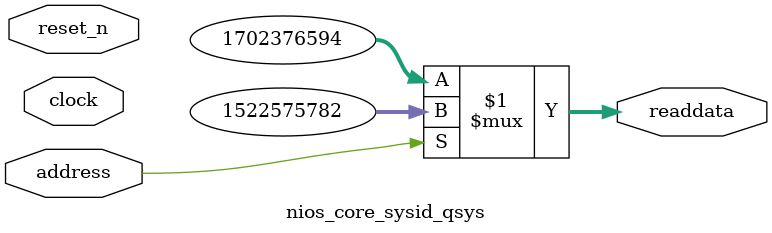
<source format=v>



// synthesis translate_off
`timescale 1ns / 1ps
// synthesis translate_on

// turn off superfluous verilog processor warnings 
// altera message_level Level1 
// altera message_off 10034 10035 10036 10037 10230 10240 10030 

module nios_core_sysid_qsys (
               // inputs:
                address,
                clock,
                reset_n,

               // outputs:
                readdata
             )
;

  output  [ 31: 0] readdata;
  input            address;
  input            clock;
  input            reset_n;

  wire    [ 31: 0] readdata;
  //control_slave, which is an e_avalon_slave
  assign readdata = address ? 1522575782 : 1702376594;

endmodule



</source>
